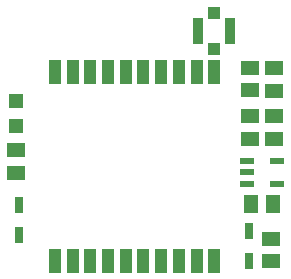
<source format=gbr>
G04 EAGLE Gerber RS-274X export*
G75*
%MOMM*%
%FSLAX34Y34*%
%LPD*%
%INSolderpaste Top*%
%IPPOS*%
%AMOC8*
5,1,8,0,0,1.08239X$1,22.5*%
G01*
%ADD10R,1.000000X2.000000*%
%ADD11R,1.200000X0.550000*%
%ADD12R,1.200000X1.200000*%
%ADD13R,1.500000X1.240000*%
%ADD14R,1.240000X1.500000*%
%ADD15R,0.800000X1.350000*%
%ADD16R,0.850000X2.200000*%
%ADD17R,1.000000X1.050000*%


D10*
X54420Y95260D03*
X69420Y95260D03*
X84420Y95260D03*
X99420Y95260D03*
X114420Y95260D03*
X129420Y95260D03*
X144420Y95260D03*
X159420Y95260D03*
X174420Y95260D03*
X189420Y95260D03*
X189420Y255260D03*
X174420Y255260D03*
X159420Y255260D03*
X144420Y255260D03*
X129420Y255260D03*
X114420Y255260D03*
X99420Y255260D03*
X84420Y255260D03*
X69420Y255260D03*
X54420Y255260D03*
D11*
X216869Y179440D03*
X216869Y169940D03*
X216869Y160440D03*
X242871Y160440D03*
X242871Y179440D03*
D12*
X21830Y209210D03*
X21830Y230210D03*
D13*
X21350Y169570D03*
X21350Y188570D03*
X219710Y239660D03*
X219710Y258660D03*
X219710Y217540D03*
X219710Y198540D03*
X240030Y239180D03*
X240030Y258180D03*
X240030Y198540D03*
X240030Y217540D03*
D14*
X220370Y143270D03*
X239370Y143270D03*
D15*
X218440Y95250D03*
X218440Y120650D03*
D13*
X237250Y94640D03*
X237250Y113640D03*
D16*
X202980Y289560D03*
X175480Y289560D03*
D17*
X189230Y274310D03*
X189230Y304810D03*
D15*
X24130Y116840D03*
X24130Y142240D03*
M02*

</source>
